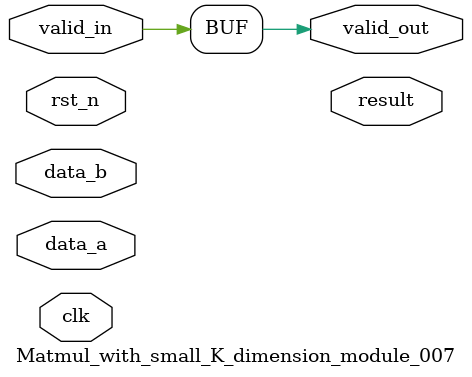
<source format=v>

module Matmul_with_small_K_dimension_module_007 (
    input clk,
    input rst_n,
    input valid_in,
    output valid_out,
    // Add specific ports based on operator type
    input [31:0] data_a,
    input [31:0] data_b,
    output [31:0] result
);

    // Module implementation would go here
    // This is a template - actual implementation depends on the operator
    
        // Generic operator implementation
    assign output_data = input_data; // Placeholder
    assign valid_out = valid_in;

endmodule

</source>
